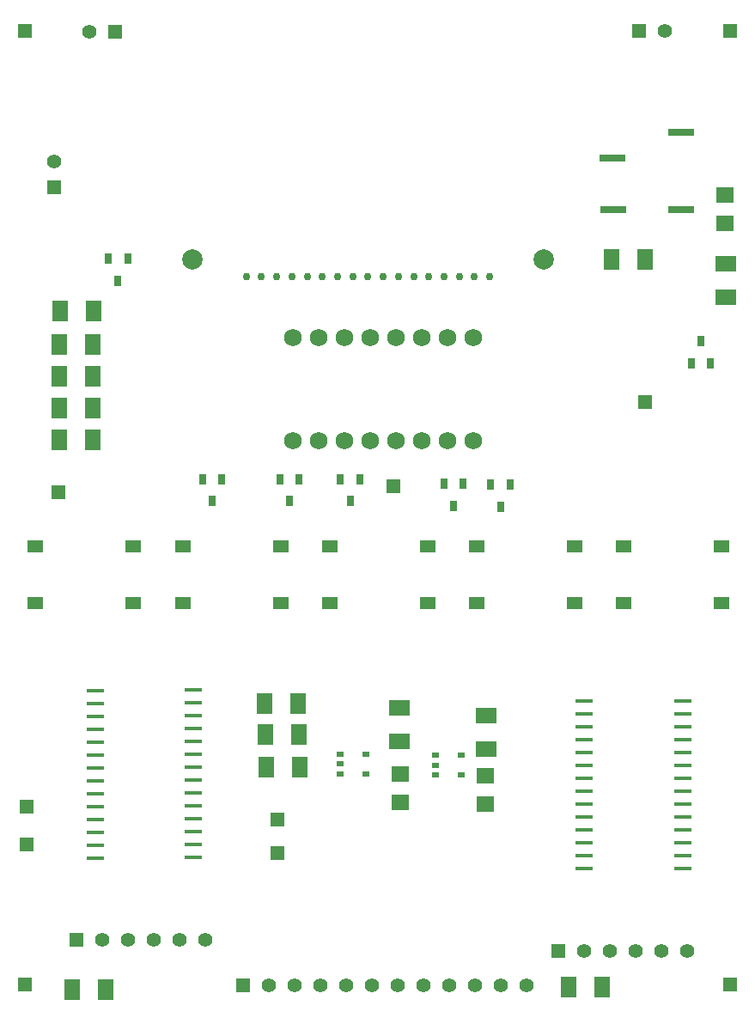
<source format=gts>
G04 (created by PCBNEW (2013-07-07 BZR 4022)-stable) date 03/03/2017 9:59:17 AM*
%MOIN*%
G04 Gerber Fmt 3.4, Leading zero omitted, Abs format*
%FSLAX34Y34*%
G01*
G70*
G90*
G04 APERTURE LIST*
%ADD10C,0.00590551*%
%ADD11R,0.104724X0.0314961*%
%ADD12R,0.0315X0.0394*%
%ADD13R,0.06X0.08*%
%ADD14R,0.08X0.06*%
%ADD15R,0.055X0.055*%
%ADD16C,0.055*%
%ADD17R,0.0610236X0.0511811*%
%ADD18R,0.0708661X0.015748*%
%ADD19C,0.0295276*%
%ADD20C,0.0787402*%
%ADD21C,0.0688976*%
%ADD22R,0.071X0.063*%
%ADD23R,0.03X0.02*%
G04 APERTURE END LIST*
G54D10*
G54D11*
X88208Y-45255D03*
X88248Y-47263D03*
X90885Y-47263D03*
X90885Y-44271D03*
G54D12*
X72677Y-58582D03*
X72302Y-57716D03*
X73052Y-57716D03*
X75669Y-58582D03*
X75294Y-57716D03*
X76044Y-57716D03*
X78031Y-58582D03*
X77656Y-57716D03*
X78406Y-57716D03*
X82047Y-58759D03*
X81672Y-57893D03*
X82422Y-57893D03*
X83858Y-58799D03*
X83483Y-57933D03*
X84233Y-57933D03*
X69015Y-50039D03*
X68640Y-49173D03*
X69390Y-49173D03*
G54D13*
X68071Y-51200D03*
X66771Y-51200D03*
G54D14*
X92598Y-50669D03*
X92598Y-49369D03*
G54D13*
X68543Y-77519D03*
X67243Y-77519D03*
X68051Y-53740D03*
X66751Y-53740D03*
X88188Y-49212D03*
X89488Y-49212D03*
X76063Y-68897D03*
X74763Y-68897D03*
X76024Y-67618D03*
X74724Y-67618D03*
X87815Y-77421D03*
X86515Y-77421D03*
X68051Y-56200D03*
X66751Y-56200D03*
X68051Y-52500D03*
X66751Y-52500D03*
X76004Y-66417D03*
X74704Y-66417D03*
G54D14*
X83307Y-66889D03*
X83307Y-68189D03*
G54D13*
X68051Y-54960D03*
X66751Y-54960D03*
G54D14*
X79940Y-66613D03*
X79940Y-67913D03*
G54D15*
X67401Y-75590D03*
G54D16*
X68401Y-75590D03*
X69401Y-75590D03*
X70401Y-75590D03*
X71401Y-75590D03*
X72401Y-75590D03*
G54D15*
X86122Y-76043D03*
G54D16*
X87122Y-76043D03*
X88122Y-76043D03*
X89122Y-76043D03*
X90122Y-76043D03*
X91122Y-76043D03*
G54D15*
X89224Y-40334D03*
G54D16*
X90224Y-40334D03*
G54D15*
X68905Y-40354D03*
G54D16*
X67905Y-40354D03*
G54D15*
X73870Y-77362D03*
G54D16*
X74870Y-77362D03*
X75870Y-77362D03*
X76870Y-77362D03*
X77870Y-77362D03*
X78870Y-77362D03*
X79870Y-77362D03*
X80870Y-77362D03*
X81870Y-77362D03*
X82870Y-77362D03*
X83870Y-77362D03*
X84870Y-77362D03*
G54D15*
X75196Y-70925D03*
X65472Y-71889D03*
X75196Y-72224D03*
X65472Y-70433D03*
G54D17*
X82942Y-60317D03*
X82942Y-62517D03*
X86742Y-62517D03*
X86742Y-60317D03*
X88651Y-60317D03*
X88651Y-62517D03*
X92451Y-62517D03*
X92451Y-60317D03*
X77233Y-60317D03*
X77233Y-62517D03*
X81033Y-62517D03*
X81033Y-60317D03*
X71525Y-60317D03*
X71525Y-62517D03*
X75325Y-62517D03*
X75325Y-60317D03*
X65816Y-60317D03*
X65816Y-62517D03*
X69616Y-62517D03*
X69616Y-60317D03*
G54D18*
X87114Y-66330D03*
X87114Y-66830D03*
X87114Y-67330D03*
X87114Y-67830D03*
X87114Y-68330D03*
X87114Y-68830D03*
X87114Y-69330D03*
X87114Y-69830D03*
X87114Y-70330D03*
X87114Y-70830D03*
X87114Y-71330D03*
X87114Y-71830D03*
X87114Y-72330D03*
X87114Y-72830D03*
X90929Y-72818D03*
X90929Y-72318D03*
X90929Y-71818D03*
X90929Y-71318D03*
X90929Y-70818D03*
X90929Y-70318D03*
X90929Y-69818D03*
X90929Y-69318D03*
X90929Y-68818D03*
X90929Y-68318D03*
X90929Y-67818D03*
X90929Y-67318D03*
X90929Y-66818D03*
X90929Y-66318D03*
X68137Y-65917D03*
X68137Y-66417D03*
X68137Y-66917D03*
X68137Y-67417D03*
X68137Y-67917D03*
X68137Y-68417D03*
X68137Y-68917D03*
X68137Y-69417D03*
X68137Y-69917D03*
X68137Y-70417D03*
X68137Y-70917D03*
X68137Y-71417D03*
X68137Y-71917D03*
X68137Y-72417D03*
X71952Y-72405D03*
X71952Y-71905D03*
X71952Y-71405D03*
X71952Y-70905D03*
X71952Y-70405D03*
X71952Y-69905D03*
X71952Y-69405D03*
X71952Y-68905D03*
X71952Y-68405D03*
X71952Y-67905D03*
X71952Y-67405D03*
X71952Y-66905D03*
X71952Y-66405D03*
X71952Y-65905D03*
G54D19*
X73996Y-49862D03*
X74586Y-49862D03*
X75177Y-49862D03*
X75767Y-49862D03*
X76358Y-49862D03*
X76948Y-49862D03*
X77539Y-49862D03*
X78129Y-49862D03*
X78720Y-49862D03*
X79311Y-49862D03*
X79901Y-49862D03*
X80492Y-49862D03*
X81082Y-49862D03*
X81673Y-49862D03*
X82263Y-49862D03*
X82854Y-49862D03*
X83444Y-49862D03*
G54D20*
X85531Y-49192D03*
X71909Y-49192D03*
G54D21*
X75799Y-56232D03*
X76799Y-56232D03*
X77799Y-56232D03*
X78799Y-56232D03*
X79799Y-56232D03*
X80799Y-56232D03*
X81799Y-56232D03*
X82799Y-56232D03*
X82799Y-52232D03*
X81799Y-52232D03*
X80799Y-52232D03*
X79799Y-52232D03*
X78799Y-52232D03*
X77799Y-52232D03*
X76799Y-52232D03*
X75799Y-52232D03*
G54D22*
X83287Y-69233D03*
X83287Y-70333D03*
X79980Y-69154D03*
X79980Y-70254D03*
X92559Y-47794D03*
X92559Y-46694D03*
G54D15*
X79704Y-58011D03*
X65413Y-77342D03*
X92775Y-77342D03*
X65413Y-40334D03*
X92775Y-40334D03*
X66692Y-58248D03*
X89468Y-54724D03*
G54D23*
X81330Y-68443D03*
X81330Y-69193D03*
X82330Y-68443D03*
X81330Y-68818D03*
X82330Y-69193D03*
X77649Y-68404D03*
X77649Y-69154D03*
X78649Y-68404D03*
X77649Y-68779D03*
X78649Y-69154D03*
G54D15*
X66555Y-46405D03*
G54D16*
X66555Y-45405D03*
G54D12*
X91633Y-52362D03*
X92008Y-53228D03*
X91258Y-53228D03*
M02*

</source>
